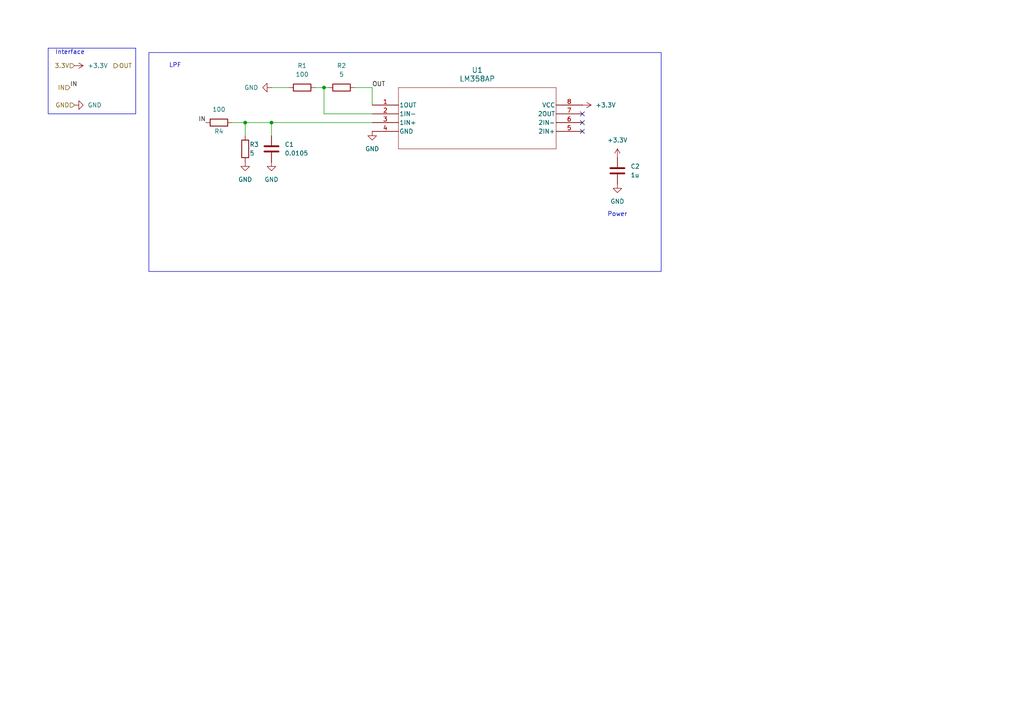
<source format=kicad_sch>
(kicad_sch
	(version 20250114)
	(generator "eeschema")
	(generator_version "9.0")
	(uuid "52466637-41a9-4456-8b22-2cd63a94f00d")
	(paper "A4")
	(title_block
		(title "Lecture_Tutorial")
		(date "2025-02-20")
		(rev "R0")
		(company "AbdullahZafar")
	)
	(lib_symbols
		(symbol "2025-03-01_21-15-45:LM358AP"
			(pin_names
				(offset 0.254)
			)
			(exclude_from_sim no)
			(in_bom yes)
			(on_board yes)
			(property "Reference" "U"
				(at 30.48 10.16 0)
				(effects
					(font
						(size 1.524 1.524)
					)
				)
			)
			(property "Value" "LM358AP"
				(at 30.48 7.62 0)
				(effects
					(font
						(size 1.524 1.524)
					)
				)
			)
			(property "Footprint" "P8"
				(at 0 0 0)
				(effects
					(font
						(size 1.27 1.27)
						(italic yes)
					)
					(hide yes)
				)
			)
			(property "Datasheet" "LM358AP"
				(at 0 0 0)
				(effects
					(font
						(size 1.27 1.27)
						(italic yes)
					)
					(hide yes)
				)
			)
			(property "Description" ""
				(at 0 0 0)
				(effects
					(font
						(size 1.27 1.27)
					)
					(hide yes)
				)
			)
			(property "ki_locked" ""
				(at 0 0 0)
				(effects
					(font
						(size 1.27 1.27)
					)
				)
			)
			(property "ki_keywords" "LM358AP"
				(at 0 0 0)
				(effects
					(font
						(size 1.27 1.27)
					)
					(hide yes)
				)
			)
			(property "ki_fp_filters" "P8"
				(at 0 0 0)
				(effects
					(font
						(size 1.27 1.27)
					)
					(hide yes)
				)
			)
			(symbol "LM358AP_0_1"
				(polyline
					(pts
						(xy 7.62 5.08) (xy 7.62 -12.7)
					)
					(stroke
						(width 0.127)
						(type default)
					)
					(fill
						(type none)
					)
				)
				(polyline
					(pts
						(xy 7.62 -12.7) (xy 53.34 -12.7)
					)
					(stroke
						(width 0.127)
						(type default)
					)
					(fill
						(type none)
					)
				)
				(polyline
					(pts
						(xy 53.34 5.08) (xy 7.62 5.08)
					)
					(stroke
						(width 0.127)
						(type default)
					)
					(fill
						(type none)
					)
				)
				(polyline
					(pts
						(xy 53.34 -12.7) (xy 53.34 5.08)
					)
					(stroke
						(width 0.127)
						(type default)
					)
					(fill
						(type none)
					)
				)
				(pin output line
					(at 0 0 0)
					(length 7.62)
					(name "1OUT"
						(effects
							(font
								(size 1.27 1.27)
							)
						)
					)
					(number "1"
						(effects
							(font
								(size 1.27 1.27)
							)
						)
					)
				)
				(pin input line
					(at 0 -2.54 0)
					(length 7.62)
					(name "1IN-"
						(effects
							(font
								(size 1.27 1.27)
							)
						)
					)
					(number "2"
						(effects
							(font
								(size 1.27 1.27)
							)
						)
					)
				)
				(pin input line
					(at 0 -5.08 0)
					(length 7.62)
					(name "1IN+"
						(effects
							(font
								(size 1.27 1.27)
							)
						)
					)
					(number "3"
						(effects
							(font
								(size 1.27 1.27)
							)
						)
					)
				)
				(pin power_in line
					(at 0 -7.62 0)
					(length 7.62)
					(name "GND"
						(effects
							(font
								(size 1.27 1.27)
							)
						)
					)
					(number "4"
						(effects
							(font
								(size 1.27 1.27)
							)
						)
					)
				)
				(pin power_in line
					(at 60.96 0 180)
					(length 7.62)
					(name "VCC"
						(effects
							(font
								(size 1.27 1.27)
							)
						)
					)
					(number "8"
						(effects
							(font
								(size 1.27 1.27)
							)
						)
					)
				)
				(pin output line
					(at 60.96 -2.54 180)
					(length 7.62)
					(name "2OUT"
						(effects
							(font
								(size 1.27 1.27)
							)
						)
					)
					(number "7"
						(effects
							(font
								(size 1.27 1.27)
							)
						)
					)
				)
				(pin input line
					(at 60.96 -5.08 180)
					(length 7.62)
					(name "2IN-"
						(effects
							(font
								(size 1.27 1.27)
							)
						)
					)
					(number "6"
						(effects
							(font
								(size 1.27 1.27)
							)
						)
					)
				)
				(pin input line
					(at 60.96 -7.62 180)
					(length 7.62)
					(name "2IN+"
						(effects
							(font
								(size 1.27 1.27)
							)
						)
					)
					(number "5"
						(effects
							(font
								(size 1.27 1.27)
							)
						)
					)
				)
			)
			(embedded_fonts no)
		)
		(symbol "Device:C"
			(pin_numbers
				(hide yes)
			)
			(pin_names
				(offset 0.254)
			)
			(exclude_from_sim no)
			(in_bom yes)
			(on_board yes)
			(property "Reference" "C"
				(at 0.635 2.54 0)
				(effects
					(font
						(size 1.27 1.27)
					)
					(justify left)
				)
			)
			(property "Value" "C"
				(at 0.635 -2.54 0)
				(effects
					(font
						(size 1.27 1.27)
					)
					(justify left)
				)
			)
			(property "Footprint" ""
				(at 0.9652 -3.81 0)
				(effects
					(font
						(size 1.27 1.27)
					)
					(hide yes)
				)
			)
			(property "Datasheet" "~"
				(at 0 0 0)
				(effects
					(font
						(size 1.27 1.27)
					)
					(hide yes)
				)
			)
			(property "Description" "Unpolarized capacitor"
				(at 0 0 0)
				(effects
					(font
						(size 1.27 1.27)
					)
					(hide yes)
				)
			)
			(property "ki_keywords" "cap capacitor"
				(at 0 0 0)
				(effects
					(font
						(size 1.27 1.27)
					)
					(hide yes)
				)
			)
			(property "ki_fp_filters" "C_*"
				(at 0 0 0)
				(effects
					(font
						(size 1.27 1.27)
					)
					(hide yes)
				)
			)
			(symbol "C_0_1"
				(polyline
					(pts
						(xy -2.032 0.762) (xy 2.032 0.762)
					)
					(stroke
						(width 0.508)
						(type default)
					)
					(fill
						(type none)
					)
				)
				(polyline
					(pts
						(xy -2.032 -0.762) (xy 2.032 -0.762)
					)
					(stroke
						(width 0.508)
						(type default)
					)
					(fill
						(type none)
					)
				)
			)
			(symbol "C_1_1"
				(pin passive line
					(at 0 3.81 270)
					(length 2.794)
					(name "~"
						(effects
							(font
								(size 1.27 1.27)
							)
						)
					)
					(number "1"
						(effects
							(font
								(size 1.27 1.27)
							)
						)
					)
				)
				(pin passive line
					(at 0 -3.81 90)
					(length 2.794)
					(name "~"
						(effects
							(font
								(size 1.27 1.27)
							)
						)
					)
					(number "2"
						(effects
							(font
								(size 1.27 1.27)
							)
						)
					)
				)
			)
			(embedded_fonts no)
		)
		(symbol "Device:R"
			(pin_numbers
				(hide yes)
			)
			(pin_names
				(offset 0)
			)
			(exclude_from_sim no)
			(in_bom yes)
			(on_board yes)
			(property "Reference" "R"
				(at 2.032 0 90)
				(effects
					(font
						(size 1.27 1.27)
					)
				)
			)
			(property "Value" "R"
				(at 0 0 90)
				(effects
					(font
						(size 1.27 1.27)
					)
				)
			)
			(property "Footprint" ""
				(at -1.778 0 90)
				(effects
					(font
						(size 1.27 1.27)
					)
					(hide yes)
				)
			)
			(property "Datasheet" "~"
				(at 0 0 0)
				(effects
					(font
						(size 1.27 1.27)
					)
					(hide yes)
				)
			)
			(property "Description" "Resistor"
				(at 0 0 0)
				(effects
					(font
						(size 1.27 1.27)
					)
					(hide yes)
				)
			)
			(property "ki_keywords" "R res resistor"
				(at 0 0 0)
				(effects
					(font
						(size 1.27 1.27)
					)
					(hide yes)
				)
			)
			(property "ki_fp_filters" "R_*"
				(at 0 0 0)
				(effects
					(font
						(size 1.27 1.27)
					)
					(hide yes)
				)
			)
			(symbol "R_0_1"
				(rectangle
					(start -1.016 -2.54)
					(end 1.016 2.54)
					(stroke
						(width 0.254)
						(type default)
					)
					(fill
						(type none)
					)
				)
			)
			(symbol "R_1_1"
				(pin passive line
					(at 0 3.81 270)
					(length 1.27)
					(name "~"
						(effects
							(font
								(size 1.27 1.27)
							)
						)
					)
					(number "1"
						(effects
							(font
								(size 1.27 1.27)
							)
						)
					)
				)
				(pin passive line
					(at 0 -3.81 90)
					(length 1.27)
					(name "~"
						(effects
							(font
								(size 1.27 1.27)
							)
						)
					)
					(number "2"
						(effects
							(font
								(size 1.27 1.27)
							)
						)
					)
				)
			)
			(embedded_fonts no)
		)
		(symbol "power:+3.3V"
			(power)
			(pin_numbers
				(hide yes)
			)
			(pin_names
				(offset 0)
				(hide yes)
			)
			(exclude_from_sim no)
			(in_bom yes)
			(on_board yes)
			(property "Reference" "#PWR"
				(at 0 -3.81 0)
				(effects
					(font
						(size 1.27 1.27)
					)
					(hide yes)
				)
			)
			(property "Value" "+3.3V"
				(at 0 3.556 0)
				(effects
					(font
						(size 1.27 1.27)
					)
				)
			)
			(property "Footprint" ""
				(at 0 0 0)
				(effects
					(font
						(size 1.27 1.27)
					)
					(hide yes)
				)
			)
			(property "Datasheet" ""
				(at 0 0 0)
				(effects
					(font
						(size 1.27 1.27)
					)
					(hide yes)
				)
			)
			(property "Description" "Power symbol creates a global label with name \"+3.3V\""
				(at 0 0 0)
				(effects
					(font
						(size 1.27 1.27)
					)
					(hide yes)
				)
			)
			(property "ki_keywords" "global power"
				(at 0 0 0)
				(effects
					(font
						(size 1.27 1.27)
					)
					(hide yes)
				)
			)
			(symbol "+3.3V_0_1"
				(polyline
					(pts
						(xy -0.762 1.27) (xy 0 2.54)
					)
					(stroke
						(width 0)
						(type default)
					)
					(fill
						(type none)
					)
				)
				(polyline
					(pts
						(xy 0 2.54) (xy 0.762 1.27)
					)
					(stroke
						(width 0)
						(type default)
					)
					(fill
						(type none)
					)
				)
				(polyline
					(pts
						(xy 0 0) (xy 0 2.54)
					)
					(stroke
						(width 0)
						(type default)
					)
					(fill
						(type none)
					)
				)
			)
			(symbol "+3.3V_1_1"
				(pin power_in line
					(at 0 0 90)
					(length 0)
					(name "~"
						(effects
							(font
								(size 1.27 1.27)
							)
						)
					)
					(number "1"
						(effects
							(font
								(size 1.27 1.27)
							)
						)
					)
				)
			)
			(embedded_fonts no)
		)
		(symbol "power:GND"
			(power)
			(pin_numbers
				(hide yes)
			)
			(pin_names
				(offset 0)
				(hide yes)
			)
			(exclude_from_sim no)
			(in_bom yes)
			(on_board yes)
			(property "Reference" "#PWR"
				(at 0 -6.35 0)
				(effects
					(font
						(size 1.27 1.27)
					)
					(hide yes)
				)
			)
			(property "Value" "GND"
				(at 0 -3.81 0)
				(effects
					(font
						(size 1.27 1.27)
					)
				)
			)
			(property "Footprint" ""
				(at 0 0 0)
				(effects
					(font
						(size 1.27 1.27)
					)
					(hide yes)
				)
			)
			(property "Datasheet" ""
				(at 0 0 0)
				(effects
					(font
						(size 1.27 1.27)
					)
					(hide yes)
				)
			)
			(property "Description" "Power symbol creates a global label with name \"GND\" , ground"
				(at 0 0 0)
				(effects
					(font
						(size 1.27 1.27)
					)
					(hide yes)
				)
			)
			(property "ki_keywords" "global power"
				(at 0 0 0)
				(effects
					(font
						(size 1.27 1.27)
					)
					(hide yes)
				)
			)
			(symbol "GND_0_1"
				(polyline
					(pts
						(xy 0 0) (xy 0 -1.27) (xy 1.27 -1.27) (xy 0 -2.54) (xy -1.27 -1.27) (xy 0 -1.27)
					)
					(stroke
						(width 0)
						(type default)
					)
					(fill
						(type none)
					)
				)
			)
			(symbol "GND_1_1"
				(pin power_in line
					(at 0 0 270)
					(length 0)
					(name "~"
						(effects
							(font
								(size 1.27 1.27)
							)
						)
					)
					(number "1"
						(effects
							(font
								(size 1.27 1.27)
							)
						)
					)
				)
			)
			(embedded_fonts no)
		)
	)
	(rectangle
		(start 13.97 13.97)
		(end 39.37 33.02)
		(stroke
			(width 0)
			(type default)
		)
		(fill
			(type none)
		)
		(uuid f8edf466-84c7-4376-9b07-4eab402ed76c)
	)
	(rectangle
		(start 43.18 15.24)
		(end 191.77 78.74)
		(stroke
			(width 0)
			(type default)
		)
		(fill
			(type none)
		)
		(uuid fe1a74b5-d6d1-4bd7-89b1-c6cd50b7b17f)
	)
	(text "Interface\n"
		(exclude_from_sim no)
		(at 20.32 15.24 0)
		(effects
			(font
				(size 1.27 1.27)
			)
		)
		(uuid "3cfb8610-cf46-4c5c-aa38-d578fee23b1b")
	)
	(text "Power\n"
		(exclude_from_sim no)
		(at 179.07 62.23 0)
		(effects
			(font
				(size 1.27 1.27)
			)
		)
		(uuid "6e3ef2a2-e9b8-4228-bad9-9d58c8a0c83c")
	)
	(text "LPF\n"
		(exclude_from_sim no)
		(at 50.8 19.05 0)
		(effects
			(font
				(size 1.27 1.27)
			)
		)
		(uuid "7342af48-ddff-42bc-a9d7-3573538cc134")
	)
	(junction
		(at 93.98 25.4)
		(diameter 0)
		(color 0 0 0 0)
		(uuid "2a44fc62-cacf-42a3-835a-294b4456cfb0")
	)
	(junction
		(at 78.74 35.56)
		(diameter 0)
		(color 0 0 0 0)
		(uuid "411d4fba-d8d7-4c7a-b1f2-374b92bcb00d")
	)
	(junction
		(at 71.12 35.56)
		(diameter 0)
		(color 0 0 0 0)
		(uuid "e5fc8170-371f-4b1e-ad4b-9e9397bb1305")
	)
	(no_connect
		(at 168.91 35.56)
		(uuid "b09ca864-3498-4409-99e5-85da830144f1")
	)
	(no_connect
		(at 168.91 38.1)
		(uuid "b2136775-e756-4f58-826d-36b18547a705")
	)
	(no_connect
		(at 168.91 33.02)
		(uuid "ffc276f2-d664-4312-a5e3-c527f65443b0")
	)
	(wire
		(pts
			(xy 93.98 25.4) (xy 95.25 25.4)
		)
		(stroke
			(width 0)
			(type default)
		)
		(uuid "06a4dec9-a3cb-4034-97a1-1cff2e0253c7")
	)
	(wire
		(pts
			(xy 107.95 30.48) (xy 107.95 25.4)
		)
		(stroke
			(width 0)
			(type default)
		)
		(uuid "08512d6b-864b-40dd-8cab-36a94998a502")
	)
	(wire
		(pts
			(xy 78.74 35.56) (xy 78.74 39.37)
		)
		(stroke
			(width 0)
			(type default)
		)
		(uuid "2ee35990-4377-4d5a-a06a-4a7300cf0eae")
	)
	(wire
		(pts
			(xy 71.12 35.56) (xy 78.74 35.56)
		)
		(stroke
			(width 0)
			(type default)
		)
		(uuid "37d2e9bd-3e3f-4ce6-8279-4f2b5c75b396")
	)
	(wire
		(pts
			(xy 93.98 33.02) (xy 93.98 25.4)
		)
		(stroke
			(width 0)
			(type default)
		)
		(uuid "6c7ef053-0a8c-4701-a9e9-61fc28672709")
	)
	(wire
		(pts
			(xy 78.74 35.56) (xy 107.95 35.56)
		)
		(stroke
			(width 0)
			(type default)
		)
		(uuid "7627284c-4c47-4b4a-b2b0-6cef2fb564ba")
	)
	(wire
		(pts
			(xy 71.12 35.56) (xy 71.12 39.37)
		)
		(stroke
			(width 0)
			(type default)
		)
		(uuid "7f4484c5-d9e3-430c-82c7-a55b8b5fec20")
	)
	(wire
		(pts
			(xy 67.31 35.56) (xy 71.12 35.56)
		)
		(stroke
			(width 0)
			(type default)
		)
		(uuid "9b18d5b5-cff1-4458-98f3-d68daf5d2b47")
	)
	(wire
		(pts
			(xy 78.74 25.4) (xy 83.82 25.4)
		)
		(stroke
			(width 0)
			(type default)
		)
		(uuid "a267bc55-fda5-435c-b3f0-cae8a6e3c6b1")
	)
	(wire
		(pts
			(xy 107.95 33.02) (xy 93.98 33.02)
		)
		(stroke
			(width 0)
			(type default)
		)
		(uuid "b3578163-8977-40a8-9f80-93108e68227f")
	)
	(wire
		(pts
			(xy 91.44 25.4) (xy 93.98 25.4)
		)
		(stroke
			(width 0)
			(type default)
		)
		(uuid "f8f61a6d-ec76-49b5-97c7-f656873dfa24")
	)
	(wire
		(pts
			(xy 102.87 25.4) (xy 107.95 25.4)
		)
		(stroke
			(width 0)
			(type default)
		)
		(uuid "fce034b2-6ebd-4e0e-8221-01b915adbca1")
	)
	(label "OUT"
		(at 107.95 25.4 0)
		(effects
			(font
				(size 1.27 1.27)
			)
			(justify left bottom)
		)
		(uuid "00e8b508-a99d-4473-b966-c95033b3705f")
	)
	(label "IN"
		(at 59.69 35.56 180)
		(effects
			(font
				(size 1.27 1.27)
			)
			(justify right bottom)
		)
		(uuid "637bc1e2-cc7b-43a1-bb4c-d47e7726f678")
	)
	(label "IN"
		(at 20.32 25.4 0)
		(effects
			(font
				(size 1.27 1.27)
			)
			(justify left bottom)
		)
		(uuid "ba1c2b14-a528-47bd-84c9-95813205dd31")
	)
	(hierarchical_label "OUT"
		(shape output)
		(at 33.02 19.05 0)
		(effects
			(font
				(size 1.27 1.27)
			)
			(justify left)
		)
		(uuid "5b1dbe11-ed02-4ea1-98c3-5538177e4f3d")
	)
	(hierarchical_label "3.3V"
		(shape input)
		(at 21.59 19.05 180)
		(effects
			(font
				(size 1.27 1.27)
			)
			(justify right)
		)
		(uuid "83ae1f46-3266-4d26-be80-b461e1c343bf")
	)
	(hierarchical_label "IN"
		(shape input)
		(at 20.32 25.4 180)
		(effects
			(font
				(size 1.27 1.27)
			)
			(justify right)
		)
		(uuid "9ea7cc57-befc-457e-8169-e489dc9cfa1e")
	)
	(hierarchical_label "GND"
		(shape input)
		(at 21.59 30.48 180)
		(effects
			(font
				(size 1.27 1.27)
			)
			(justify right)
		)
		(uuid "e919c952-1cc4-4eab-94bf-5b3fa26f5d4c")
	)
	(symbol
		(lib_id "Device:R")
		(at 71.12 43.18 180)
		(unit 1)
		(exclude_from_sim no)
		(in_bom yes)
		(on_board yes)
		(dnp no)
		(uuid "04fd30df-0f31-4a31-a790-16f99f552040")
		(property "Reference" "R3"
			(at 72.39 41.91 0)
			(effects
				(font
					(size 1.27 1.27)
				)
				(justify right)
			)
		)
		(property "Value" "5"
			(at 72.39 44.45 0)
			(effects
				(font
					(size 1.27 1.27)
				)
				(justify right)
			)
		)
		(property "Footprint" "Resistor_SMD:R_0805_2012Metric"
			(at 72.898 43.18 90)
			(effects
				(font
					(size 1.27 1.27)
				)
				(hide yes)
			)
		)
		(property "Datasheet" "~"
			(at 71.12 43.18 0)
			(effects
				(font
					(size 1.27 1.27)
				)
				(hide yes)
			)
		)
		(property "Description" "Resistor"
			(at 71.12 43.18 0)
			(effects
				(font
					(size 1.27 1.27)
				)
				(hide yes)
			)
		)
		(property "Part No." "RLT1220-F-5R00-FNH"
			(at 71.12 43.18 0)
			(effects
				(font
					(size 1.27 1.27)
				)
				(hide yes)
			)
		)
		(pin "1"
			(uuid "09c6fdb6-507e-4898-b2b0-234f92a43e0b")
		)
		(pin "2"
			(uuid "7e02cd68-7832-48cc-8c03-42fbe0a8fc29")
		)
		(instances
			(project "PCB_Tutorial_Lect"
				(path "/a5e6a684-17c9-434a-acf7-c925557987b4/51562364-ed3e-4e49-b2a3-5c47886e4d17"
					(reference "R3")
					(unit 1)
				)
			)
		)
	)
	(symbol
		(lib_id "power:GND")
		(at 78.74 25.4 270)
		(unit 1)
		(exclude_from_sim no)
		(in_bom yes)
		(on_board yes)
		(dnp no)
		(fields_autoplaced yes)
		(uuid "0a3bec41-7413-41f9-bfdb-1986c84090e7")
		(property "Reference" "#PWR016"
			(at 72.39 25.4 0)
			(effects
				(font
					(size 1.27 1.27)
				)
				(hide yes)
			)
		)
		(property "Value" "GND"
			(at 74.93 25.3999 90)
			(effects
				(font
					(size 1.27 1.27)
				)
				(justify right)
			)
		)
		(property "Footprint" ""
			(at 78.74 25.4 0)
			(effects
				(font
					(size 1.27 1.27)
				)
				(hide yes)
			)
		)
		(property "Datasheet" ""
			(at 78.74 25.4 0)
			(effects
				(font
					(size 1.27 1.27)
				)
				(hide yes)
			)
		)
		(property "Description" "Power symbol creates a global label with name \"GND\" , ground"
			(at 78.74 25.4 0)
			(effects
				(font
					(size 1.27 1.27)
				)
				(hide yes)
			)
		)
		(pin "1"
			(uuid "fe56abcf-908a-412b-a6b1-742cd81cfdbb")
		)
		(instances
			(project "PCB_Tutorial_Lect"
				(path "/a5e6a684-17c9-434a-acf7-c925557987b4/51562364-ed3e-4e49-b2a3-5c47886e4d17"
					(reference "#PWR016")
					(unit 1)
				)
			)
		)
	)
	(symbol
		(lib_id "Device:R")
		(at 87.63 25.4 90)
		(unit 1)
		(exclude_from_sim no)
		(in_bom yes)
		(on_board yes)
		(dnp no)
		(fields_autoplaced yes)
		(uuid "2f91011b-3cb4-4ff4-a755-1b9c60a95015")
		(property "Reference" "R1"
			(at 87.63 19.05 90)
			(effects
				(font
					(size 1.27 1.27)
				)
			)
		)
		(property "Value" "100"
			(at 87.63 21.59 90)
			(effects
				(font
					(size 1.27 1.27)
				)
			)
		)
		(property "Footprint" "Resistor_SMD:R_0805_2012Metric"
			(at 87.63 27.178 90)
			(effects
				(font
					(size 1.27 1.27)
				)
				(hide yes)
			)
		)
		(property "Datasheet" "~"
			(at 87.63 25.4 0)
			(effects
				(font
					(size 1.27 1.27)
				)
				(hide yes)
			)
		)
		(property "Description" "Resistor"
			(at 87.63 25.4 0)
			(effects
				(font
					(size 1.27 1.27)
				)
				(hide yes)
			)
		)
		(property "Part No." "RC0805FR-07100RL"
			(at 87.63 25.4 0)
			(effects
				(font
					(size 1.27 1.27)
				)
				(hide yes)
			)
		)
		(pin "1"
			(uuid "4dbfea9a-98a9-49d6-bb79-dd00eeb15336")
		)
		(pin "2"
			(uuid "6d2e7316-80fb-46d3-8704-b0a8d51c0aad")
		)
		(instances
			(project ""
				(path "/a5e6a684-17c9-434a-acf7-c925557987b4/51562364-ed3e-4e49-b2a3-5c47886e4d17"
					(reference "R1")
					(unit 1)
				)
			)
		)
	)
	(symbol
		(lib_id "Device:C")
		(at 78.74 43.18 0)
		(unit 1)
		(exclude_from_sim no)
		(in_bom yes)
		(on_board yes)
		(dnp no)
		(fields_autoplaced yes)
		(uuid "3aed082c-ec27-433e-9c50-2028176294d2")
		(property "Reference" "C1"
			(at 82.55 41.9099 0)
			(effects
				(font
					(size 1.27 1.27)
				)
				(justify left)
			)
		)
		(property "Value" "0.0105"
			(at 82.55 44.4499 0)
			(effects
				(font
					(size 1.27 1.27)
				)
				(justify left)
			)
		)
		(property "Footprint" "Capacitor_SMD:C_0805_2012Metric"
			(at 79.7052 46.99 0)
			(effects
				(font
					(size 1.27 1.27)
				)
				(hide yes)
			)
		)
		(property "Datasheet" "~"
			(at 78.74 43.18 0)
			(effects
				(font
					(size 1.27 1.27)
				)
				(hide yes)
			)
		)
		(property "Description" "Unpolarized capacitor"
			(at 78.74 43.18 0)
			(effects
				(font
					(size 1.27 1.27)
				)
				(hide yes)
			)
		)
		(property "Part No." "SLPX153M025A9P3"
			(at 78.74 43.18 0)
			(effects
				(font
					(size 1.27 1.27)
				)
				(hide yes)
			)
		)
		(pin "1"
			(uuid "3714c478-f4fd-4567-82f5-cd19dfbfd4bb")
		)
		(pin "2"
			(uuid "53ffe405-04c2-4368-b0a0-0bada0f37fb3")
		)
		(instances
			(project ""
				(path "/a5e6a684-17c9-434a-acf7-c925557987b4/51562364-ed3e-4e49-b2a3-5c47886e4d17"
					(reference "C1")
					(unit 1)
				)
			)
		)
	)
	(symbol
		(lib_id "Device:R")
		(at 63.5 35.56 90)
		(unit 1)
		(exclude_from_sim no)
		(in_bom yes)
		(on_board yes)
		(dnp no)
		(uuid "4146ab50-9f6f-47b7-ac03-9a71da02dbef")
		(property "Reference" "R4"
			(at 63.5 38.1 90)
			(effects
				(font
					(size 1.27 1.27)
				)
			)
		)
		(property "Value" "100"
			(at 63.5 31.75 90)
			(effects
				(font
					(size 1.27 1.27)
				)
			)
		)
		(property "Footprint" "Resistor_SMD:R_0805_2012Metric"
			(at 63.5 37.338 90)
			(effects
				(font
					(size 1.27 1.27)
				)
				(hide yes)
			)
		)
		(property "Datasheet" "~"
			(at 63.5 35.56 0)
			(effects
				(font
					(size 1.27 1.27)
				)
				(hide yes)
			)
		)
		(property "Description" "Resistor"
			(at 63.5 35.56 0)
			(effects
				(font
					(size 1.27 1.27)
				)
				(hide yes)
			)
		)
		(property "Part No." "RC0805FR-07100RL"
			(at 63.5 35.56 0)
			(effects
				(font
					(size 1.27 1.27)
				)
				(hide yes)
			)
		)
		(pin "1"
			(uuid "cd2145f3-40a6-4293-aad9-fb9cebc9de18")
		)
		(pin "2"
			(uuid "d91154ca-1c18-4cbb-bd5a-92977feaa46e")
		)
		(instances
			(project "PCB_Tutorial_Lect"
				(path "/a5e6a684-17c9-434a-acf7-c925557987b4/51562364-ed3e-4e49-b2a3-5c47886e4d17"
					(reference "R4")
					(unit 1)
				)
			)
		)
	)
	(symbol
		(lib_id "power:GND")
		(at 71.12 46.99 0)
		(unit 1)
		(exclude_from_sim no)
		(in_bom yes)
		(on_board yes)
		(dnp no)
		(fields_autoplaced yes)
		(uuid "419e2cb3-c22e-4931-84be-831d72dbfe2c")
		(property "Reference" "#PWR014"
			(at 71.12 53.34 0)
			(effects
				(font
					(size 1.27 1.27)
				)
				(hide yes)
			)
		)
		(property "Value" "GND"
			(at 71.12 52.07 0)
			(effects
				(font
					(size 1.27 1.27)
				)
			)
		)
		(property "Footprint" ""
			(at 71.12 46.99 0)
			(effects
				(font
					(size 1.27 1.27)
				)
				(hide yes)
			)
		)
		(property "Datasheet" ""
			(at 71.12 46.99 0)
			(effects
				(font
					(size 1.27 1.27)
				)
				(hide yes)
			)
		)
		(property "Description" "Power symbol creates a global label with name \"GND\" , ground"
			(at 71.12 46.99 0)
			(effects
				(font
					(size 1.27 1.27)
				)
				(hide yes)
			)
		)
		(pin "1"
			(uuid "478fbda9-7d04-460c-a49f-08395731b468")
		)
		(instances
			(project "PCB_Tutorial_Lect"
				(path "/a5e6a684-17c9-434a-acf7-c925557987b4/51562364-ed3e-4e49-b2a3-5c47886e4d17"
					(reference "#PWR014")
					(unit 1)
				)
			)
		)
	)
	(symbol
		(lib_id "power:GND")
		(at 21.59 30.48 90)
		(unit 1)
		(exclude_from_sim no)
		(in_bom yes)
		(on_board yes)
		(dnp no)
		(fields_autoplaced yes)
		(uuid "57c6654d-3769-4199-b4b7-0b6e952765e7")
		(property "Reference" "#PWR010"
			(at 27.94 30.48 0)
			(effects
				(font
					(size 1.27 1.27)
				)
				(hide yes)
			)
		)
		(property "Value" "GND"
			(at 25.4 30.4799 90)
			(effects
				(font
					(size 1.27 1.27)
				)
				(justify right)
			)
		)
		(property "Footprint" ""
			(at 21.59 30.48 0)
			(effects
				(font
					(size 1.27 1.27)
				)
				(hide yes)
			)
		)
		(property "Datasheet" ""
			(at 21.59 30.48 0)
			(effects
				(font
					(size 1.27 1.27)
				)
				(hide yes)
			)
		)
		(property "Description" "Power symbol creates a global label with name \"GND\" , ground"
			(at 21.59 30.48 0)
			(effects
				(font
					(size 1.27 1.27)
				)
				(hide yes)
			)
		)
		(pin "1"
			(uuid "cf3f9511-bbd6-485e-b252-ea0a7e429f0d")
		)
		(instances
			(project ""
				(path "/a5e6a684-17c9-434a-acf7-c925557987b4/51562364-ed3e-4e49-b2a3-5c47886e4d17"
					(reference "#PWR010")
					(unit 1)
				)
			)
		)
	)
	(symbol
		(lib_id "power:GND")
		(at 179.07 53.34 0)
		(unit 1)
		(exclude_from_sim no)
		(in_bom yes)
		(on_board yes)
		(dnp no)
		(fields_autoplaced yes)
		(uuid "68a34c24-2c37-4338-aec0-098f4dc350b7")
		(property "Reference" "#PWR017"
			(at 179.07 59.69 0)
			(effects
				(font
					(size 1.27 1.27)
				)
				(hide yes)
			)
		)
		(property "Value" "GND"
			(at 179.07 58.42 0)
			(effects
				(font
					(size 1.27 1.27)
				)
			)
		)
		(property "Footprint" ""
			(at 179.07 53.34 0)
			(effects
				(font
					(size 1.27 1.27)
				)
				(hide yes)
			)
		)
		(property "Datasheet" ""
			(at 179.07 53.34 0)
			(effects
				(font
					(size 1.27 1.27)
				)
				(hide yes)
			)
		)
		(property "Description" "Power symbol creates a global label with name \"GND\" , ground"
			(at 179.07 53.34 0)
			(effects
				(font
					(size 1.27 1.27)
				)
				(hide yes)
			)
		)
		(pin "1"
			(uuid "548f48c2-1812-433e-ba67-9f188269d7d5")
		)
		(instances
			(project "PCB_Tutorial_Lect"
				(path "/a5e6a684-17c9-434a-acf7-c925557987b4/51562364-ed3e-4e49-b2a3-5c47886e4d17"
					(reference "#PWR017")
					(unit 1)
				)
			)
		)
	)
	(symbol
		(lib_id "power:+3.3V")
		(at 21.59 19.05 270)
		(unit 1)
		(exclude_from_sim no)
		(in_bom yes)
		(on_board yes)
		(dnp no)
		(fields_autoplaced yes)
		(uuid "6d96d2dd-8b72-401b-ae57-42cfbc9de5d8")
		(property "Reference" "#PWR09"
			(at 17.78 19.05 0)
			(effects
				(font
					(size 1.27 1.27)
				)
				(hide yes)
			)
		)
		(property "Value" "+3.3V"
			(at 25.4 19.0499 90)
			(effects
				(font
					(size 1.27 1.27)
				)
				(justify left)
			)
		)
		(property "Footprint" ""
			(at 21.59 19.05 0)
			(effects
				(font
					(size 1.27 1.27)
				)
				(hide yes)
			)
		)
		(property "Datasheet" ""
			(at 21.59 19.05 0)
			(effects
				(font
					(size 1.27 1.27)
				)
				(hide yes)
			)
		)
		(property "Description" "Power symbol creates a global label with name \"+3.3V\""
			(at 21.59 19.05 0)
			(effects
				(font
					(size 1.27 1.27)
				)
				(hide yes)
			)
		)
		(pin "1"
			(uuid "ea7fb657-9029-411b-b175-a6d90bbbb6d8")
		)
		(instances
			(project ""
				(path "/a5e6a684-17c9-434a-acf7-c925557987b4/51562364-ed3e-4e49-b2a3-5c47886e4d17"
					(reference "#PWR09")
					(unit 1)
				)
			)
		)
	)
	(symbol
		(lib_id "power:GND")
		(at 78.74 46.99 0)
		(unit 1)
		(exclude_from_sim no)
		(in_bom yes)
		(on_board yes)
		(dnp no)
		(fields_autoplaced yes)
		(uuid "866cf865-5e3b-457a-bc68-18f7c95caa3b")
		(property "Reference" "#PWR015"
			(at 78.74 53.34 0)
			(effects
				(font
					(size 1.27 1.27)
				)
				(hide yes)
			)
		)
		(property "Value" "GND"
			(at 78.74 52.07 0)
			(effects
				(font
					(size 1.27 1.27)
				)
			)
		)
		(property "Footprint" ""
			(at 78.74 46.99 0)
			(effects
				(font
					(size 1.27 1.27)
				)
				(hide yes)
			)
		)
		(property "Datasheet" ""
			(at 78.74 46.99 0)
			(effects
				(font
					(size 1.27 1.27)
				)
				(hide yes)
			)
		)
		(property "Description" "Power symbol creates a global label with name \"GND\" , ground"
			(at 78.74 46.99 0)
			(effects
				(font
					(size 1.27 1.27)
				)
				(hide yes)
			)
		)
		(pin "1"
			(uuid "b4a1b29e-4b65-43e6-927d-24637b950da7")
		)
		(instances
			(project "PCB_Tutorial_Lect"
				(path "/a5e6a684-17c9-434a-acf7-c925557987b4/51562364-ed3e-4e49-b2a3-5c47886e4d17"
					(reference "#PWR015")
					(unit 1)
				)
			)
		)
	)
	(symbol
		(lib_id "Device:R")
		(at 99.06 25.4 90)
		(unit 1)
		(exclude_from_sim no)
		(in_bom yes)
		(on_board yes)
		(dnp no)
		(fields_autoplaced yes)
		(uuid "88043187-3871-4d69-87a9-5d3f90dd42ed")
		(property "Reference" "R2"
			(at 99.06 19.05 90)
			(effects
				(font
					(size 1.27 1.27)
				)
			)
		)
		(property "Value" "5"
			(at 99.06 21.59 90)
			(effects
				(font
					(size 1.27 1.27)
				)
			)
		)
		(property "Footprint" "Resistor_SMD:R_0805_2012Metric"
			(at 99.06 27.178 90)
			(effects
				(font
					(size 1.27 1.27)
				)
				(hide yes)
			)
		)
		(property "Datasheet" "~"
			(at 99.06 25.4 0)
			(effects
				(font
					(size 1.27 1.27)
				)
				(hide yes)
			)
		)
		(property "Description" "Resistor"
			(at 99.06 25.4 0)
			(effects
				(font
					(size 1.27 1.27)
				)
				(hide yes)
			)
		)
		(property "Part No." "RLT1220-F-5R00-FNH"
			(at 99.06 25.4 0)
			(effects
				(font
					(size 1.27 1.27)
				)
				(hide yes)
			)
		)
		(pin "1"
			(uuid "4d7f61a2-5c1d-4917-a893-1ed6d94f9b19")
		)
		(pin "2"
			(uuid "c214754f-2169-4378-b581-a3ad8e729f46")
		)
		(instances
			(project "PCB_Tutorial_Lect"
				(path "/a5e6a684-17c9-434a-acf7-c925557987b4/51562364-ed3e-4e49-b2a3-5c47886e4d17"
					(reference "R2")
					(unit 1)
				)
			)
		)
	)
	(symbol
		(lib_id "Device:C")
		(at 179.07 49.53 0)
		(unit 1)
		(exclude_from_sim no)
		(in_bom yes)
		(on_board yes)
		(dnp no)
		(fields_autoplaced yes)
		(uuid "a2c94ca6-b38b-4b94-808c-926cfb34263f")
		(property "Reference" "C2"
			(at 182.88 48.2599 0)
			(effects
				(font
					(size 1.27 1.27)
				)
				(justify left)
			)
		)
		(property "Value" "1u"
			(at 182.88 50.7999 0)
			(effects
				(font
					(size 1.27 1.27)
				)
				(justify left)
			)
		)
		(property "Footprint" "Capacitor_SMD:C_0805_2012Metric"
			(at 180.0352 53.34 0)
			(effects
				(font
					(size 1.27 1.27)
				)
				(hide yes)
			)
		)
		(property "Datasheet" "Tantalum Decoupling Capacitor"
			(at 179.07 49.53 0)
			(effects
				(font
					(size 1.27 1.27)
				)
				(hide yes)
			)
		)
		(property "Description" "Unpolarized capacitor"
			(at 179.07 49.53 0)
			(effects
				(font
					(size 1.27 1.27)
				)
				(hide yes)
			)
		)
		(property "Part No." "T58W9105M035C0500"
			(at 179.07 49.53 0)
			(effects
				(font
					(size 1.27 1.27)
				)
				(hide yes)
			)
		)
		(pin "1"
			(uuid "2af7f7da-f4ba-4043-8cd8-7ca2139dd9f2")
		)
		(pin "2"
			(uuid "8db34eb5-4d50-4cbc-bda7-3a4df236c221")
		)
		(instances
			(project ""
				(path "/a5e6a684-17c9-434a-acf7-c925557987b4/51562364-ed3e-4e49-b2a3-5c47886e4d17"
					(reference "C2")
					(unit 1)
				)
			)
		)
	)
	(symbol
		(lib_id "power:+3.3V")
		(at 179.07 45.72 0)
		(unit 1)
		(exclude_from_sim no)
		(in_bom yes)
		(on_board yes)
		(dnp no)
		(fields_autoplaced yes)
		(uuid "af33f767-1971-4dc2-ab28-88ad74c89fa7")
		(property "Reference" "#PWR013"
			(at 179.07 49.53 0)
			(effects
				(font
					(size 1.27 1.27)
				)
				(hide yes)
			)
		)
		(property "Value" "+3.3V"
			(at 179.07 40.64 0)
			(effects
				(font
					(size 1.27 1.27)
				)
			)
		)
		(property "Footprint" ""
			(at 179.07 45.72 0)
			(effects
				(font
					(size 1.27 1.27)
				)
				(hide yes)
			)
		)
		(property "Datasheet" ""
			(at 179.07 45.72 0)
			(effects
				(font
					(size 1.27 1.27)
				)
				(hide yes)
			)
		)
		(property "Description" "Power symbol creates a global label with name \"+3.3V\""
			(at 179.07 45.72 0)
			(effects
				(font
					(size 1.27 1.27)
				)
				(hide yes)
			)
		)
		(pin "1"
			(uuid "4affc18e-4e96-4eab-a5c4-c7e25ecb8a60")
		)
		(instances
			(project "PCB_Tutorial_Lect"
				(path "/a5e6a684-17c9-434a-acf7-c925557987b4/51562364-ed3e-4e49-b2a3-5c47886e4d17"
					(reference "#PWR013")
					(unit 1)
				)
			)
		)
	)
	(symbol
		(lib_id "2025-03-01_21-15-45:LM358AP")
		(at 107.95 30.48 0)
		(unit 1)
		(exclude_from_sim no)
		(in_bom yes)
		(on_board yes)
		(dnp no)
		(fields_autoplaced yes)
		(uuid "d2e0b8d2-d40d-4ae5-a180-5201ecca8a02")
		(property "Reference" "U1"
			(at 138.43 20.32 0)
			(effects
				(font
					(size 1.524 1.524)
				)
			)
		)
		(property "Value" "LM358AP"
			(at 138.43 22.86 0)
			(effects
				(font
					(size 1.524 1.524)
				)
			)
		)
		(property "Footprint" "LM358AP_footprints:P8"
			(at 107.95 30.48 0)
			(effects
				(font
					(size 1.27 1.27)
					(italic yes)
				)
				(hide yes)
			)
		)
		(property "Datasheet" "https://www.ti.com/lit/ds/symlink/lm358.pdf?HQS=dis-dk-null-digikeymode-dsf-pf-null-wwe&ts=1740785935033&ref_url=https%253A%252F%252Fwww.ti.com%252Fgeneral%252Fdocs%252Fsuppproductinfo.tsp%253FdistId%253D10%2526gotoUrl%253Dhttps%253A%252F%252Fwww.ti.com%252Flit%252Fgpn%252Flm358"
			(at 107.95 30.48 0)
			(effects
				(font
					(size 1.27 1.27)
					(italic yes)
				)
				(hide yes)
			)
		)
		(property "Description" ""
			(at 107.95 30.48 0)
			(effects
				(font
					(size 1.27 1.27)
				)
				(hide yes)
			)
		)
		(property "Part No." "LM358AP"
			(at 107.95 30.48 0)
			(effects
				(font
					(size 1.27 1.27)
				)
				(hide yes)
			)
		)
		(pin "4"
			(uuid "aaa4b267-24c3-41b0-ac25-c25964454fdb")
		)
		(pin "2"
			(uuid "4ab7c96e-d128-4987-82ea-5d41b02a7038")
		)
		(pin "1"
			(uuid "305e5700-78bf-4fa8-80d3-b6263ece340b")
		)
		(pin "3"
			(uuid "368a52f3-7071-4acb-943a-e2ca074ba6e3")
		)
		(pin "6"
			(uuid "a0d78ca7-5adf-4f68-8d5b-0a17705351f9")
		)
		(pin "7"
			(uuid "8de64c96-5f72-4edb-84dc-484c91e24b4b")
		)
		(pin "5"
			(uuid "c25b059b-4c90-45d1-a83b-71a4f517fd8e")
		)
		(pin "8"
			(uuid "4fa40368-72ce-4fa7-9402-e1d6b9c53c8c")
		)
		(instances
			(project ""
				(path "/a5e6a684-17c9-434a-acf7-c925557987b4/51562364-ed3e-4e49-b2a3-5c47886e4d17"
					(reference "U1")
					(unit 1)
				)
			)
		)
	)
	(symbol
		(lib_id "power:+3.3V")
		(at 168.91 30.48 270)
		(unit 1)
		(exclude_from_sim no)
		(in_bom yes)
		(on_board yes)
		(dnp no)
		(fields_autoplaced yes)
		(uuid "d939df3b-06a5-43f9-a892-578d53ef5313")
		(property "Reference" "#PWR059"
			(at 165.1 30.48 0)
			(effects
				(font
					(size 1.27 1.27)
				)
				(hide yes)
			)
		)
		(property "Value" "+3.3V"
			(at 172.72 30.4799 90)
			(effects
				(font
					(size 1.27 1.27)
				)
				(justify left)
			)
		)
		(property "Footprint" ""
			(at 168.91 30.48 0)
			(effects
				(font
					(size 1.27 1.27)
				)
				(hide yes)
			)
		)
		(property "Datasheet" ""
			(at 168.91 30.48 0)
			(effects
				(font
					(size 1.27 1.27)
				)
				(hide yes)
			)
		)
		(property "Description" "Power symbol creates a global label with name \"+3.3V\""
			(at 168.91 30.48 0)
			(effects
				(font
					(size 1.27 1.27)
				)
				(hide yes)
			)
		)
		(pin "1"
			(uuid "95652030-3837-4d96-bcdf-a49f94643b90")
		)
		(instances
			(project "PCB_Tutorial_Lect"
				(path "/a5e6a684-17c9-434a-acf7-c925557987b4/51562364-ed3e-4e49-b2a3-5c47886e4d17"
					(reference "#PWR059")
					(unit 1)
				)
			)
		)
	)
	(symbol
		(lib_id "power:GND")
		(at 107.95 38.1 0)
		(unit 1)
		(exclude_from_sim no)
		(in_bom yes)
		(on_board yes)
		(dnp no)
		(fields_autoplaced yes)
		(uuid "ee10d154-e3d8-4540-8201-3ccc4e883c70")
		(property "Reference" "#PWR046"
			(at 107.95 44.45 0)
			(effects
				(font
					(size 1.27 1.27)
				)
				(hide yes)
			)
		)
		(property "Value" "GND"
			(at 107.95 43.18 0)
			(effects
				(font
					(size 1.27 1.27)
				)
			)
		)
		(property "Footprint" ""
			(at 107.95 38.1 0)
			(effects
				(font
					(size 1.27 1.27)
				)
				(hide yes)
			)
		)
		(property "Datasheet" ""
			(at 107.95 38.1 0)
			(effects
				(font
					(size 1.27 1.27)
				)
				(hide yes)
			)
		)
		(property "Description" "Power symbol creates a global label with name \"GND\" , ground"
			(at 107.95 38.1 0)
			(effects
				(font
					(size 1.27 1.27)
				)
				(hide yes)
			)
		)
		(pin "1"
			(uuid "5dfe526a-7e07-4f19-ac52-f3b7e3e51df0")
		)
		(instances
			(project "PCB_Tutorial_Lect"
				(path "/a5e6a684-17c9-434a-acf7-c925557987b4/51562364-ed3e-4e49-b2a3-5c47886e4d17"
					(reference "#PWR046")
					(unit 1)
				)
			)
		)
	)
)

</source>
